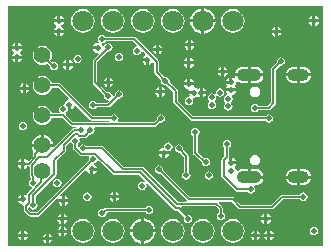
<source format=gbr>
%TF.GenerationSoftware,Altium Limited,Altium Designer,19.0.15 (446)*%
G04 Layer_Physical_Order=4*
G04 Layer_Color=16711680*
%FSLAX45Y45*%
%MOMM*%
%TF.FileFunction,Copper,L4,Bot,Signal*%
%TF.Part,Single*%
G01*
G75*
%TA.AperFunction,Conductor*%
%ADD28C,0.20000*%
%ADD29C,0.16000*%
%TA.AperFunction,ComponentPad*%
%ADD31C,1.80000*%
G04:AMPARAMS|DCode=32|XSize=1mm|YSize=1.8mm|CornerRadius=0.5mm|HoleSize=0mm|Usage=FLASHONLY|Rotation=90.000|XOffset=0mm|YOffset=0mm|HoleType=Round|Shape=RoundedRectangle|*
%AMROUNDEDRECTD32*
21,1,1.00000,0.80000,0,0,90.0*
21,1,0.00000,1.80000,0,0,90.0*
1,1,1.00000,0.40000,0.00000*
1,1,1.00000,0.40000,0.00000*
1,1,1.00000,-0.40000,0.00000*
1,1,1.00000,-0.40000,0.00000*
%
%ADD32ROUNDEDRECTD32*%
G04:AMPARAMS|DCode=33|XSize=1mm|YSize=2.1mm|CornerRadius=0.5mm|HoleSize=0mm|Usage=FLASHONLY|Rotation=90.000|XOffset=0mm|YOffset=0mm|HoleType=Round|Shape=RoundedRectangle|*
%AMROUNDEDRECTD33*
21,1,1.00000,1.10000,0,0,90.0*
21,1,0.00000,2.10000,0,0,90.0*
1,1,1.00000,0.55000,0.00000*
1,1,1.00000,0.55000,0.00000*
1,1,1.00000,-0.55000,0.00000*
1,1,1.00000,-0.55000,0.00000*
%
%ADD33ROUNDEDRECTD33*%
%TA.AperFunction,ViaPad*%
%ADD34C,0.50000*%
%TA.AperFunction,SMDPad,CuDef*%
%ADD35C,1.40000*%
G36*
X11938000Y5207000D02*
X9271000D01*
Y7239000D01*
X11938000D01*
Y5207000D01*
D02*
G37*
%LPC*%
G36*
X11874500Y7153316D02*
Y7124700D01*
X11903116D01*
X11902305Y7128778D01*
X11892801Y7143001D01*
X11878578Y7152505D01*
X11874500Y7153316D01*
D02*
G37*
G36*
X11849100D02*
X11845022Y7152505D01*
X11830799Y7143001D01*
X11821295Y7128778D01*
X11820484Y7124700D01*
X11849100D01*
Y7153316D01*
D02*
G37*
G36*
X10934700Y7219260D02*
Y7124700D01*
X11029260D01*
X11027220Y7140193D01*
X11016338Y7166466D01*
X10999026Y7189026D01*
X10976466Y7206338D01*
X10950193Y7217220D01*
X10934700Y7219260D01*
D02*
G37*
G36*
X10909300D02*
X10893807Y7217220D01*
X10867534Y7206338D01*
X10844974Y7189026D01*
X10827662Y7166466D01*
X10816780Y7140193D01*
X10814740Y7124700D01*
X10909300D01*
Y7219260D01*
D02*
G37*
G36*
X9715500Y7153316D02*
Y7124700D01*
X9744116D01*
X9743305Y7128778D01*
X9733801Y7143001D01*
X9719578Y7152505D01*
X9715500Y7153316D01*
D02*
G37*
G36*
X9690100D02*
X9686022Y7152505D01*
X9671799Y7143001D01*
X9662295Y7128778D01*
X9661484Y7124700D01*
X9690100D01*
Y7153316D01*
D02*
G37*
G36*
X11903116Y7099300D02*
X11874500D01*
Y7070684D01*
X11878578Y7071495D01*
X11892801Y7080999D01*
X11902305Y7095222D01*
X11903116Y7099300D01*
D02*
G37*
G36*
X11849100D02*
X11820484D01*
X11821295Y7095222D01*
X11830799Y7080999D01*
X11845022Y7071495D01*
X11849100Y7070684D01*
Y7099300D01*
D02*
G37*
G36*
X9744116D02*
X9661484D01*
X9662295Y7095222D01*
X9671799Y7080999D01*
X9681325Y7074634D01*
Y7060466D01*
X9671799Y7054101D01*
X9662295Y7039878D01*
X9661484Y7035800D01*
X9744116D01*
X9743305Y7039878D01*
X9733801Y7054101D01*
X9724275Y7060466D01*
Y7074634D01*
X9733801Y7080999D01*
X9743305Y7095222D01*
X9744116Y7099300D01*
D02*
G37*
G36*
X11557000Y7062916D02*
Y7034300D01*
X11585616D01*
X11584805Y7038378D01*
X11575301Y7052601D01*
X11561078Y7062105D01*
X11557000Y7062916D01*
D02*
G37*
G36*
X11531600D02*
X11527522Y7062105D01*
X11513299Y7052601D01*
X11503795Y7038378D01*
X11502984Y7034300D01*
X11531600D01*
Y7062916D01*
D02*
G37*
G36*
X11176000Y7212863D02*
X11149895Y7209426D01*
X11125569Y7199350D01*
X11104679Y7183321D01*
X11088650Y7162431D01*
X11078574Y7138105D01*
X11075137Y7112000D01*
X11078574Y7085895D01*
X11088650Y7061569D01*
X11104679Y7040679D01*
X11125569Y7024650D01*
X11149895Y7014574D01*
X11176000Y7011137D01*
X11202105Y7014574D01*
X11226431Y7024650D01*
X11247321Y7040679D01*
X11263350Y7061569D01*
X11273426Y7085895D01*
X11276863Y7112000D01*
X11273426Y7138105D01*
X11263350Y7162431D01*
X11247321Y7183321D01*
X11226431Y7199350D01*
X11202105Y7209426D01*
X11176000Y7212863D01*
D02*
G37*
G36*
X10668000D02*
X10641895Y7209426D01*
X10617569Y7199350D01*
X10596679Y7183321D01*
X10580650Y7162431D01*
X10570574Y7138105D01*
X10567137Y7112000D01*
X10570574Y7085895D01*
X10580650Y7061569D01*
X10596679Y7040679D01*
X10617569Y7024650D01*
X10641895Y7014574D01*
X10668000Y7011137D01*
X10694105Y7014574D01*
X10718431Y7024650D01*
X10739321Y7040679D01*
X10755350Y7061569D01*
X10765426Y7085895D01*
X10768863Y7112000D01*
X10765426Y7138105D01*
X10755350Y7162431D01*
X10739321Y7183321D01*
X10718431Y7199350D01*
X10694105Y7209426D01*
X10668000Y7212863D01*
D02*
G37*
G36*
X10414000D02*
X10387895Y7209426D01*
X10363569Y7199350D01*
X10342679Y7183321D01*
X10326650Y7162431D01*
X10316574Y7138105D01*
X10313137Y7112000D01*
X10316574Y7085895D01*
X10326650Y7061569D01*
X10342679Y7040679D01*
X10363569Y7024650D01*
X10387895Y7014574D01*
X10414000Y7011137D01*
X10440105Y7014574D01*
X10464431Y7024650D01*
X10485321Y7040679D01*
X10501350Y7061569D01*
X10511426Y7085895D01*
X10514863Y7112000D01*
X10511426Y7138105D01*
X10501350Y7162431D01*
X10485321Y7183321D01*
X10464431Y7199350D01*
X10440105Y7209426D01*
X10414000Y7212863D01*
D02*
G37*
G36*
X10160000D02*
X10133895Y7209426D01*
X10109569Y7199350D01*
X10088679Y7183321D01*
X10072650Y7162431D01*
X10062574Y7138105D01*
X10059137Y7112000D01*
X10062574Y7085895D01*
X10072650Y7061569D01*
X10088679Y7040679D01*
X10109569Y7024650D01*
X10133895Y7014574D01*
X10160000Y7011137D01*
X10186105Y7014574D01*
X10210431Y7024650D01*
X10231321Y7040679D01*
X10247350Y7061569D01*
X10257426Y7085895D01*
X10260863Y7112000D01*
X10257426Y7138105D01*
X10247350Y7162431D01*
X10231321Y7183321D01*
X10210431Y7199350D01*
X10186105Y7209426D01*
X10160000Y7212863D01*
D02*
G37*
G36*
X9906000D02*
X9879895Y7209426D01*
X9855569Y7199350D01*
X9834679Y7183321D01*
X9818650Y7162431D01*
X9808574Y7138105D01*
X9805137Y7112000D01*
X9808574Y7085895D01*
X9818650Y7061569D01*
X9834679Y7040679D01*
X9855569Y7024650D01*
X9879895Y7014574D01*
X9906000Y7011137D01*
X9932105Y7014574D01*
X9956431Y7024650D01*
X9977321Y7040679D01*
X9993350Y7061569D01*
X10003426Y7085895D01*
X10006863Y7112000D01*
X10003426Y7138105D01*
X9993350Y7162431D01*
X9977321Y7183321D01*
X9956431Y7199350D01*
X9932105Y7209426D01*
X9906000Y7212863D01*
D02*
G37*
G36*
X11029260Y7099300D02*
X10934700D01*
Y7004740D01*
X10950193Y7006780D01*
X10976466Y7017662D01*
X10999026Y7034974D01*
X11016338Y7057534D01*
X11027220Y7083807D01*
X11029260Y7099300D01*
D02*
G37*
G36*
X10909300D02*
X10814740D01*
X10816780Y7083807D01*
X10827662Y7057534D01*
X10844974Y7034974D01*
X10867534Y7017662D01*
X10893807Y7006780D01*
X10909300Y7004740D01*
Y7099300D01*
D02*
G37*
G36*
X9744116Y7010400D02*
X9715500D01*
Y6981784D01*
X9719578Y6982595D01*
X9733801Y6992099D01*
X9743305Y7006322D01*
X9744116Y7010400D01*
D02*
G37*
G36*
X9690100D02*
X9661484D01*
X9662295Y7006322D01*
X9671799Y6992099D01*
X9686022Y6982595D01*
X9690100Y6981784D01*
Y7010400D01*
D02*
G37*
G36*
X11585616Y7008900D02*
X11557000D01*
Y6980284D01*
X11561078Y6981095D01*
X11575301Y6990599D01*
X11584805Y7004822D01*
X11585616Y7008900D01*
D02*
G37*
G36*
X11531600D02*
X11502984D01*
X11503795Y7004822D01*
X11513299Y6990599D01*
X11527522Y6981095D01*
X11531600Y6980284D01*
Y7008900D01*
D02*
G37*
G36*
X10820400Y6950116D02*
Y6921500D01*
X10849016D01*
X10848205Y6925578D01*
X10838701Y6939801D01*
X10824478Y6949305D01*
X10820400Y6950116D01*
D02*
G37*
G36*
X10795000D02*
X10790922Y6949305D01*
X10776699Y6939801D01*
X10767195Y6925578D01*
X10766384Y6921500D01*
X10795000D01*
Y6950116D01*
D02*
G37*
G36*
X9359900Y6924716D02*
Y6896100D01*
X9388516D01*
X9387705Y6900178D01*
X9378201Y6914401D01*
X9363978Y6923905D01*
X9359900Y6924716D01*
D02*
G37*
G36*
X9334500D02*
X9330422Y6923905D01*
X9316199Y6914401D01*
X9306695Y6900178D01*
X9305884Y6896100D01*
X9334500D01*
Y6924716D01*
D02*
G37*
G36*
X10550770Y6912016D02*
Y6883400D01*
X10579386D01*
X10578575Y6887478D01*
X10569071Y6901701D01*
X10554847Y6911205D01*
X10550770Y6912016D01*
D02*
G37*
G36*
X10525370D02*
X10521292Y6911205D01*
X10507068Y6901701D01*
X10497564Y6887478D01*
X10496753Y6883400D01*
X10525370D01*
Y6912016D01*
D02*
G37*
G36*
X10849016Y6896100D02*
X10820400D01*
Y6867484D01*
X10824478Y6868295D01*
X10838701Y6877799D01*
X10848205Y6892022D01*
X10849016Y6896100D01*
D02*
G37*
G36*
X10795000D02*
X10766384D01*
X10767195Y6892022D01*
X10776699Y6877799D01*
X10790922Y6868295D01*
X10795000Y6867484D01*
Y6896100D01*
D02*
G37*
G36*
X10579386Y6858000D02*
X10550770D01*
Y6829384D01*
X10554847Y6830195D01*
X10569071Y6839699D01*
X10578575Y6853922D01*
X10579386Y6858000D01*
D02*
G37*
G36*
X10525370D02*
X10496753D01*
X10497564Y6853922D01*
X10507068Y6839699D01*
X10521292Y6830195D01*
X10525370Y6829384D01*
Y6858000D01*
D02*
G37*
G36*
X9388516Y6870700D02*
X9305884D01*
X9306695Y6866622D01*
X9316199Y6852399D01*
X9319617Y6850115D01*
Y6837415D01*
X9316199Y6835131D01*
X9306695Y6820908D01*
X9305884Y6816830D01*
X9388516D01*
X9387705Y6820908D01*
X9378201Y6835131D01*
X9374783Y6837415D01*
Y6850115D01*
X9378201Y6852399D01*
X9387705Y6866622D01*
X9388516Y6870700D01*
D02*
G37*
G36*
X10210800Y6842886D02*
X10197144Y6840169D01*
X10185566Y6832434D01*
X10177831Y6820856D01*
X10175114Y6807200D01*
X10177831Y6793544D01*
X10185566Y6781966D01*
X10197144Y6774231D01*
X10210800Y6771514D01*
X10224456Y6774231D01*
X10236034Y6781966D01*
X10243769Y6793544D01*
X10246486Y6807200D01*
X10243769Y6820856D01*
X10236034Y6832434D01*
X10224456Y6840169D01*
X10210800Y6842886D01*
D02*
G37*
G36*
X10816400Y6797716D02*
Y6769100D01*
X10845016D01*
X10844205Y6773178D01*
X10834701Y6787401D01*
X10820478Y6796905D01*
X10816400Y6797716D01*
D02*
G37*
G36*
X10791000D02*
X10786922Y6796905D01*
X10772699Y6787401D01*
X10763195Y6773178D01*
X10762384Y6769100D01*
X10791000D01*
Y6797716D01*
D02*
G37*
G36*
X9388516Y6791430D02*
X9359900D01*
Y6762814D01*
X9363978Y6763625D01*
X9378201Y6773129D01*
X9387705Y6787352D01*
X9388516Y6791430D01*
D02*
G37*
G36*
X9334500D02*
X9305884D01*
X9306695Y6787352D01*
X9316199Y6773129D01*
X9330422Y6763625D01*
X9334500Y6762814D01*
Y6791430D01*
D02*
G37*
G36*
X9791700Y6782962D02*
Y6754345D01*
X9820316D01*
X9819505Y6758423D01*
X9810001Y6772647D01*
X9795778Y6782151D01*
X9791700Y6782962D01*
D02*
G37*
G36*
X9766300D02*
X9762222Y6782151D01*
X9747999Y6772647D01*
X9738495Y6758423D01*
X9737684Y6754345D01*
X9766300D01*
Y6782962D01*
D02*
G37*
G36*
X9860689Y6824697D02*
X9847033Y6821980D01*
X9835455Y6814245D01*
X9827720Y6802667D01*
X9825003Y6789011D01*
X9827720Y6775355D01*
X9835455Y6763777D01*
X9847033Y6756042D01*
X9860689Y6753325D01*
X9874345Y6756042D01*
X9885923Y6763777D01*
X9893658Y6775355D01*
X9896375Y6789011D01*
X9893658Y6802667D01*
X9885923Y6814245D01*
X9874345Y6821980D01*
X9860689Y6824697D01*
D02*
G37*
G36*
X10439400Y6769100D02*
X10410784D01*
X10411595Y6765022D01*
X10421099Y6750799D01*
X10435322Y6741295D01*
X10439400Y6740484D01*
Y6769100D01*
D02*
G37*
G36*
X11582400Y6804786D02*
X11568744Y6802069D01*
X11557166Y6794334D01*
X11549431Y6782756D01*
X11546714Y6769100D01*
X11547850Y6763389D01*
X11504481Y6720019D01*
X11500060Y6713404D01*
X11498508Y6705600D01*
Y6421947D01*
X11472353Y6395792D01*
X11391719D01*
X11388483Y6400634D01*
X11376906Y6408369D01*
X11363250Y6411086D01*
X11349594Y6408369D01*
X11338016Y6400634D01*
X11330281Y6389056D01*
X11327564Y6375400D01*
X11330281Y6361744D01*
X11338016Y6350166D01*
X11349594Y6342431D01*
X11363250Y6339714D01*
X11376906Y6342431D01*
X11388483Y6350166D01*
X11391719Y6355008D01*
X11480800D01*
X11488604Y6356560D01*
X11495219Y6360981D01*
X11533319Y6399081D01*
X11537740Y6405696D01*
X11539292Y6413500D01*
Y6697153D01*
X11576689Y6734550D01*
X11582400Y6733414D01*
X11596056Y6736131D01*
X11607634Y6743866D01*
X11615369Y6755444D01*
X11618086Y6769100D01*
X11615369Y6782756D01*
X11607634Y6794334D01*
X11596056Y6802069D01*
X11582400Y6804786D01*
D02*
G37*
G36*
X10845016Y6743700D02*
X10816400D01*
Y6715084D01*
X10820478Y6715895D01*
X10834701Y6725399D01*
X10844205Y6739622D01*
X10845016Y6743700D01*
D02*
G37*
G36*
X10791000D02*
X10762384D01*
X10763195Y6739622D01*
X10772699Y6725399D01*
X10786922Y6715895D01*
X10791000Y6715084D01*
Y6743700D01*
D02*
G37*
G36*
X9820316Y6728945D02*
X9791700D01*
Y6700329D01*
X9795778Y6701140D01*
X9810001Y6710644D01*
X9819505Y6724868D01*
X9820316Y6728945D01*
D02*
G37*
G36*
X9766300D02*
X9737684D01*
X9738495Y6724868D01*
X9747999Y6710644D01*
X9762222Y6701140D01*
X9766300Y6700329D01*
Y6728945D01*
D02*
G37*
G36*
X11102700Y6724261D02*
Y6695644D01*
X11131316D01*
X11130505Y6699722D01*
X11121001Y6713946D01*
X11106778Y6723450D01*
X11102700Y6724261D01*
D02*
G37*
G36*
X11077300D02*
X11073222Y6723450D01*
X11058999Y6713946D01*
X11049495Y6699722D01*
X11048684Y6695644D01*
X11077300D01*
Y6724261D01*
D02*
G37*
G36*
X9563100Y6900590D02*
X9542216Y6897841D01*
X9522755Y6889780D01*
X9506043Y6876957D01*
X9493220Y6860245D01*
X9485159Y6840784D01*
X9482410Y6819900D01*
X9485159Y6799016D01*
X9493220Y6779555D01*
X9506043Y6762843D01*
X9522755Y6750020D01*
X9542216Y6741959D01*
X9563100Y6739210D01*
X9583984Y6741959D01*
X9603445Y6750020D01*
X9605471Y6751575D01*
X9616591Y6740455D01*
X9616763Y6740340D01*
X9625660Y6731443D01*
X9625572Y6731000D01*
X9628288Y6717344D01*
X9636024Y6705766D01*
X9647601Y6698031D01*
X9661257Y6695314D01*
X9674914Y6698031D01*
X9686491Y6705766D01*
X9694226Y6717344D01*
X9696943Y6731000D01*
X9694226Y6744656D01*
X9686491Y6756234D01*
X9674914Y6763969D01*
X9661257Y6766686D01*
X9647601Y6763969D01*
X9646067Y6762944D01*
X9642602Y6766409D01*
X9642431Y6766523D01*
X9631425Y6777529D01*
X9632980Y6779555D01*
X9641041Y6799016D01*
X9643790Y6819900D01*
X9641041Y6840784D01*
X9632980Y6860245D01*
X9620157Y6876957D01*
X9603445Y6889780D01*
X9583984Y6897841D01*
X9563100Y6900590D01*
D02*
G37*
G36*
X11368250Y6723587D02*
X11325950D01*
Y6667701D01*
X11435165D01*
X11434500Y6672751D01*
X11427648Y6689293D01*
X11416748Y6703498D01*
X11402543Y6714398D01*
X11386002Y6721249D01*
X11368250Y6723587D01*
D02*
G37*
G36*
X11300550D02*
X11258250D01*
X11240498Y6721249D01*
X11223956Y6714398D01*
X11209752Y6703498D01*
X11198852Y6689293D01*
X11192000Y6672751D01*
X11191335Y6667701D01*
X11300550D01*
Y6723587D01*
D02*
G37*
G36*
X11771250D02*
X11743950D01*
Y6667700D01*
X11838164D01*
X11837499Y6672751D01*
X11830647Y6689293D01*
X11819748Y6703498D01*
X11805543Y6714398D01*
X11789001Y6721249D01*
X11771250Y6723587D01*
D02*
G37*
G36*
X11718550D02*
X11691250D01*
X11673498Y6721249D01*
X11656957Y6714398D01*
X11642752Y6703498D01*
X11631852Y6689293D01*
X11625000Y6672751D01*
X11624335Y6667700D01*
X11718550D01*
Y6723587D01*
D02*
G37*
G36*
X11131316Y6670244D02*
X11102700D01*
Y6641628D01*
X11106778Y6642439D01*
X11121001Y6651943D01*
X11130505Y6666167D01*
X11131316Y6670244D01*
D02*
G37*
G36*
X11077300D02*
X11048684D01*
X11049495Y6666167D01*
X11058999Y6651943D01*
X11073222Y6642439D01*
X11077300Y6641628D01*
Y6670244D01*
D02*
G37*
G36*
X11300550Y6642301D02*
X11191335D01*
X11192000Y6637248D01*
X11192195Y6636778D01*
X11181936Y6628358D01*
X11176778Y6631805D01*
X11172700Y6632616D01*
Y6591300D01*
X11160000D01*
Y6578600D01*
X11118684D01*
X11119495Y6574522D01*
X11128999Y6560299D01*
Y6558801D01*
X11119495Y6544578D01*
X11118684Y6540500D01*
X11201316D01*
X11200505Y6544578D01*
X11191001Y6558801D01*
Y6560299D01*
X11200505Y6574522D01*
X11203842Y6591300D01*
X11202967Y6595700D01*
X11214491Y6602865D01*
X11223956Y6595602D01*
X11240498Y6588750D01*
X11258250Y6586413D01*
X11300550D01*
Y6642301D01*
D02*
G37*
G36*
X11147300Y6632616D02*
X11143222Y6631805D01*
X11128999Y6622301D01*
X11119495Y6608078D01*
X11118684Y6604000D01*
X11147300D01*
Y6632616D01*
D02*
G37*
G36*
X10134600D02*
Y6604000D01*
X10163216D01*
X10162405Y6608078D01*
X10152901Y6622301D01*
X10138678Y6631805D01*
X10134600Y6632616D01*
D02*
G37*
G36*
X10109200D02*
X10105122Y6631805D01*
X10090899Y6622301D01*
X10081395Y6608078D01*
X10080584Y6604000D01*
X10109200D01*
Y6632616D01*
D02*
G37*
G36*
X10816400Y6619916D02*
Y6591300D01*
X10845016D01*
X10844205Y6595378D01*
X10834701Y6609601D01*
X10820478Y6619105D01*
X10816400Y6619916D01*
D02*
G37*
G36*
X10791000D02*
X10786922Y6619105D01*
X10772699Y6609601D01*
X10763195Y6595378D01*
X10762384Y6591300D01*
X10791000D01*
Y6619916D01*
D02*
G37*
G36*
X11838164Y6642300D02*
X11743950D01*
Y6586413D01*
X11771250D01*
X11789001Y6588750D01*
X11805543Y6595602D01*
X11819748Y6606502D01*
X11830647Y6620707D01*
X11837499Y6637248D01*
X11838164Y6642300D01*
D02*
G37*
G36*
X11718550D02*
X11624335D01*
X11625000Y6637248D01*
X11631852Y6620707D01*
X11642752Y6606502D01*
X11656957Y6595602D01*
X11673498Y6588750D01*
X11691250Y6586413D01*
X11718550D01*
Y6642300D01*
D02*
G37*
G36*
X11435165Y6642301D02*
X11325950D01*
Y6586413D01*
X11368250D01*
X11386002Y6588750D01*
X11402543Y6595602D01*
X11416748Y6606502D01*
X11427648Y6620707D01*
X11434500Y6637248D01*
X11435165Y6642301D01*
D02*
G37*
G36*
X9423400Y6584316D02*
Y6555700D01*
X9452016D01*
X9451205Y6559778D01*
X9441701Y6574001D01*
X9427478Y6583505D01*
X9423400Y6584316D01*
D02*
G37*
G36*
X9398000D02*
X9393922Y6583505D01*
X9379699Y6574001D01*
X9370195Y6559778D01*
X9369384Y6555700D01*
X9398000D01*
Y6584316D01*
D02*
G37*
G36*
X10163216Y6578600D02*
X10134600D01*
Y6549984D01*
X10138678Y6550795D01*
X10152901Y6560299D01*
X10162405Y6574522D01*
X10163216Y6578600D01*
D02*
G37*
G36*
X10109200D02*
X10080584D01*
X10081395Y6574522D01*
X10090899Y6560299D01*
X10105122Y6550795D01*
X10109200Y6549984D01*
Y6578600D01*
D02*
G37*
G36*
X10574360Y6553316D02*
Y6524700D01*
X10602976D01*
X10602165Y6528778D01*
X10592661Y6543001D01*
X10578438Y6552505D01*
X10574360Y6553316D01*
D02*
G37*
G36*
X10548960D02*
X10544882Y6552505D01*
X10530659Y6543001D01*
X10521155Y6528778D01*
X10520344Y6524700D01*
X10548960D01*
Y6553316D01*
D02*
G37*
G36*
X10922000Y6547484D02*
Y6518868D01*
X10950616D01*
X10949805Y6522946D01*
X10940301Y6537169D01*
X10926078Y6546673D01*
X10922000Y6547484D01*
D02*
G37*
G36*
X9452016Y6530300D02*
X9423400D01*
Y6501684D01*
X9427478Y6502495D01*
X9441701Y6511999D01*
X9451205Y6526222D01*
X9452016Y6530300D01*
D02*
G37*
G36*
X9398000D02*
X9369384D01*
X9370195Y6526222D01*
X9379699Y6511999D01*
X9393922Y6502495D01*
X9398000Y6501684D01*
Y6530300D01*
D02*
G37*
G36*
X11067800Y6541854D02*
X11054144Y6539137D01*
X11042566Y6531401D01*
X11034831Y6519824D01*
X11032114Y6506168D01*
X11034031Y6496533D01*
X11026523Y6491574D01*
X11022327Y6490273D01*
X11011856Y6497269D01*
X10998200Y6499986D01*
X10984544Y6497269D01*
X10972966Y6489534D01*
X10965231Y6477956D01*
X10962514Y6464300D01*
X10965231Y6450644D01*
X10972966Y6439066D01*
X10973215Y6438900D01*
Y6426200D01*
X10972966Y6426034D01*
X10965231Y6414456D01*
X10962514Y6400800D01*
X10965231Y6387144D01*
X10972966Y6375566D01*
X10984544Y6367831D01*
X10998200Y6365114D01*
X11011856Y6367831D01*
X11023434Y6375566D01*
X11031169Y6387144D01*
X11033886Y6400800D01*
X11031169Y6414456D01*
X11023434Y6426034D01*
X11023185Y6426200D01*
Y6438900D01*
X11023434Y6439066D01*
X11031169Y6450644D01*
X11033886Y6464300D01*
X11031969Y6473934D01*
X11039478Y6478894D01*
X11043673Y6480195D01*
X11054144Y6473199D01*
X11067800Y6470482D01*
X11081456Y6473199D01*
X11093034Y6480934D01*
X11100769Y6492512D01*
X11103486Y6506168D01*
X11100769Y6519824D01*
X11093034Y6531401D01*
X11081456Y6539137D01*
X11067800Y6541854D01*
D02*
G37*
G36*
X10602976Y6499300D02*
X10574360D01*
Y6470684D01*
X10578438Y6471495D01*
X10592661Y6480999D01*
X10602165Y6495222D01*
X10602976Y6499300D01*
D02*
G37*
G36*
X10548960D02*
X10520344D01*
X10521155Y6495222D01*
X10530659Y6480999D01*
X10544882Y6471495D01*
X10548960Y6470684D01*
Y6499300D01*
D02*
G37*
G36*
X11363250Y6555333D02*
X11346667Y6552034D01*
X11332609Y6542641D01*
X11323216Y6528583D01*
X11319917Y6512000D01*
X11323216Y6495417D01*
X11332609Y6481359D01*
X11346667Y6471966D01*
X11363250Y6468667D01*
X11379832Y6471966D01*
X11393891Y6481359D01*
X11403284Y6495417D01*
X11406582Y6512000D01*
X11403284Y6528583D01*
X11393891Y6542641D01*
X11379832Y6552034D01*
X11363250Y6555333D01*
D02*
G37*
G36*
X10950616Y6493468D02*
X10922000D01*
Y6464852D01*
X10926078Y6465663D01*
X10940301Y6475167D01*
X10949805Y6489390D01*
X10950616Y6493468D01*
D02*
G37*
G36*
X10845016Y6565900D02*
X10762384D01*
X10763195Y6561822D01*
X10772699Y6547599D01*
X10786922Y6538095D01*
X10798592Y6535774D01*
X10805423Y6523137D01*
X10805295Y6522946D01*
X10804484Y6518868D01*
X10845800D01*
Y6493468D01*
X10804484D01*
X10805295Y6489390D01*
X10810052Y6482271D01*
X10803700Y6470586D01*
X10790044Y6467869D01*
X10778466Y6460134D01*
X10770731Y6448556D01*
X10768014Y6434900D01*
X10770731Y6421244D01*
X10778466Y6409666D01*
X10790044Y6401931D01*
X10803700Y6399214D01*
X10817356Y6401931D01*
X10828934Y6409666D01*
X10836669Y6421244D01*
X10839386Y6434900D01*
X10836669Y6448556D01*
X10834638Y6451597D01*
X10842275Y6463027D01*
X10845800Y6462325D01*
X10862578Y6465663D01*
X10876801Y6475167D01*
X10878299D01*
X10892522Y6465663D01*
X10896600Y6464852D01*
Y6506168D01*
Y6547484D01*
X10892522Y6546673D01*
X10878299Y6537169D01*
X10876801D01*
X10862578Y6546673D01*
X10850908Y6548994D01*
X10844077Y6561631D01*
X10844205Y6561822D01*
X10845016Y6565900D01*
D02*
G37*
G36*
X11201316Y6515100D02*
X11118684D01*
X11119495Y6511022D01*
X11128017Y6498269D01*
X11126755Y6490853D01*
X11124397Y6484600D01*
X11124244Y6484569D01*
X11112666Y6476834D01*
X11104931Y6465256D01*
X11102214Y6451600D01*
X11104931Y6437944D01*
X11112666Y6426366D01*
X11112915Y6426200D01*
Y6413500D01*
X11112666Y6413334D01*
X11104931Y6401756D01*
X11102214Y6388100D01*
X11104931Y6374444D01*
X11112666Y6362866D01*
X11124244Y6355131D01*
X11137900Y6352414D01*
X11151556Y6355131D01*
X11163134Y6362866D01*
X11170869Y6374444D01*
X11173586Y6388100D01*
X11170869Y6401756D01*
X11163134Y6413334D01*
X11162885Y6413500D01*
Y6426200D01*
X11163134Y6426366D01*
X11170869Y6437944D01*
X11173586Y6451600D01*
X11170869Y6465256D01*
X11166201Y6472242D01*
X11170211Y6485194D01*
X11171020Y6486150D01*
X11176778Y6487295D01*
X11191001Y6496799D01*
X11200505Y6511022D01*
X11201316Y6515100D01*
D02*
G37*
G36*
X9563100Y6646590D02*
X9542216Y6643841D01*
X9522755Y6635780D01*
X9506043Y6622957D01*
X9493220Y6606245D01*
X9485159Y6586784D01*
X9482410Y6565900D01*
X9485159Y6545016D01*
X9493220Y6525555D01*
X9506043Y6508843D01*
X9522755Y6496020D01*
X9542216Y6487959D01*
X9563100Y6485210D01*
X9583984Y6487959D01*
X9603445Y6496020D01*
X9620157Y6508843D01*
X9632980Y6525555D01*
X9641041Y6545016D01*
X9641374Y6547547D01*
X9695198D01*
X9786240Y6456506D01*
X9782060Y6442725D01*
X9774922Y6441305D01*
X9760699Y6431801D01*
X9751195Y6417578D01*
X9749608Y6409602D01*
X9740900Y6398386D01*
X9727244Y6395669D01*
X9715666Y6387934D01*
X9707931Y6376356D01*
X9705214Y6362700D01*
X9707931Y6349044D01*
X9712001Y6342953D01*
X9705343Y6330253D01*
X9641374D01*
X9641041Y6332784D01*
X9632980Y6352245D01*
X9620157Y6368957D01*
X9603445Y6381780D01*
X9583984Y6389841D01*
X9563100Y6392590D01*
X9542216Y6389841D01*
X9522755Y6381780D01*
X9506043Y6368957D01*
X9493220Y6352245D01*
X9485159Y6332784D01*
X9482410Y6311900D01*
X9485159Y6291016D01*
X9493220Y6271555D01*
X9506043Y6254843D01*
X9522755Y6242020D01*
X9542216Y6233959D01*
X9563100Y6231210D01*
X9583984Y6233959D01*
X9603445Y6242020D01*
X9620157Y6254843D01*
X9632980Y6271555D01*
X9641041Y6291016D01*
X9641374Y6293547D01*
X9733298D01*
X9804123Y6222723D01*
X9810077Y6218744D01*
X9817100Y6217347D01*
X9844475D01*
X9851636Y6204647D01*
X9850793Y6203253D01*
X9831820D01*
X9824796Y6201856D01*
X9818843Y6197877D01*
X9662517Y6041551D01*
X9655117Y6045200D01*
X9563100D01*
X9476013D01*
X9477365Y6034927D01*
X9486232Y6013520D01*
X9491646Y6006465D01*
X9486623Y6001441D01*
X9482644Y5995488D01*
X9481247Y5988464D01*
Y5963902D01*
X9447108Y5929762D01*
X9430758Y5931373D01*
X9429001Y5934001D01*
X9414778Y5943505D01*
X9410700Y5944316D01*
Y5903000D01*
Y5861684D01*
X9414778Y5862495D01*
X9429001Y5871999D01*
X9435721Y5882055D01*
X9447429Y5882618D01*
X9456747Y5873222D01*
Y5805549D01*
X9458144Y5798526D01*
X9462123Y5792572D01*
X9468547Y5786147D01*
Y5770231D01*
X9461666Y5765634D01*
X9453931Y5754056D01*
X9451214Y5740400D01*
X9453931Y5726744D01*
X9461666Y5715166D01*
X9471795Y5708399D01*
X9475018Y5701580D01*
X9476861Y5695504D01*
X9435823Y5654466D01*
X9431844Y5648512D01*
X9431241Y5645479D01*
X9421926Y5639967D01*
X9417747Y5639221D01*
X9414778Y5641205D01*
X9410700Y5642016D01*
Y5600700D01*
X9398000D01*
Y5588000D01*
X9356684D01*
X9357495Y5583922D01*
X9366999Y5569699D01*
X9381222Y5560195D01*
X9395117Y5557431D01*
X9398177Y5556567D01*
X9405047Y5545310D01*
Y5511800D01*
X9406444Y5504777D01*
X9410423Y5498823D01*
X9448523Y5460723D01*
X9454477Y5456744D01*
X9461500Y5455347D01*
X9525000D01*
X9532023Y5456744D01*
X9537977Y5460723D01*
X9691340Y5614086D01*
X9701205Y5605990D01*
X9700395Y5604778D01*
X9699584Y5600700D01*
X9728200D01*
Y5629316D01*
X9724122Y5628505D01*
X9722910Y5627695D01*
X9714814Y5637560D01*
X9926494Y5849240D01*
X9940275Y5845060D01*
X9941695Y5837922D01*
X9951199Y5823699D01*
X9965422Y5814195D01*
X9969500Y5813384D01*
Y5854700D01*
X9982200D01*
Y5867400D01*
X10023516D01*
X10022705Y5871478D01*
X10013201Y5885701D01*
X9998978Y5895205D01*
X9997541Y5895491D01*
Y5908440D01*
X10008556Y5910631D01*
X10020134Y5918366D01*
X10026901Y5928495D01*
X10033720Y5931718D01*
X10039796Y5933561D01*
X10157034Y5816323D01*
X10162988Y5812344D01*
X10170011Y5810947D01*
X10380998D01*
X10436010Y5755936D01*
X10427914Y5746071D01*
X10422679Y5749569D01*
X10409022Y5752286D01*
X10395366Y5749569D01*
X10383789Y5741834D01*
X10376053Y5730256D01*
X10373337Y5716600D01*
X10376053Y5702944D01*
X10383789Y5691366D01*
X10395366Y5683631D01*
X10409022Y5680914D01*
X10422679Y5683631D01*
X10434256Y5691366D01*
X10441992Y5702944D01*
X10444708Y5716600D01*
X10441992Y5730256D01*
X10438493Y5735492D01*
X10448358Y5743588D01*
X10680423Y5511523D01*
X10686377Y5507544D01*
X10693400Y5506147D01*
X10711198D01*
X10764458Y5452888D01*
X10762031Y5449256D01*
X10759314Y5435600D01*
X10762031Y5421944D01*
X10769766Y5410366D01*
X10781344Y5402631D01*
X10795000Y5399914D01*
X10808656Y5402631D01*
X10820234Y5410366D01*
X10827969Y5421944D01*
X10830686Y5435600D01*
X10827969Y5449256D01*
X10820234Y5460834D01*
X10808656Y5468569D01*
X10798706Y5470549D01*
X10737707Y5531547D01*
X10742967Y5544247D01*
X11028698D01*
X11056047Y5516898D01*
Y5490831D01*
X11049166Y5486234D01*
X11041431Y5474656D01*
X11038714Y5461000D01*
X11041431Y5447344D01*
X11049166Y5435766D01*
X11060744Y5428031D01*
X11074400Y5425314D01*
X11088056Y5428031D01*
X11099634Y5435766D01*
X11107369Y5447344D01*
X11110086Y5461000D01*
X11107369Y5474656D01*
X11099634Y5486234D01*
X11092753Y5490831D01*
Y5524500D01*
X11091356Y5531523D01*
X11087377Y5537477D01*
X11055207Y5569647D01*
X11060467Y5582347D01*
X11168398D01*
X11226523Y5524223D01*
X11232477Y5520244D01*
X11239500Y5518847D01*
X11506200D01*
X11513223Y5520244D01*
X11519177Y5524223D01*
X11601202Y5606247D01*
X11743069D01*
X11747666Y5599366D01*
X11759244Y5591631D01*
X11772900Y5588914D01*
X11786556Y5591631D01*
X11798134Y5599366D01*
X11805869Y5610944D01*
X11808586Y5624600D01*
X11805869Y5638256D01*
X11798134Y5649834D01*
X11786556Y5657569D01*
X11772900Y5660286D01*
X11759244Y5657569D01*
X11747666Y5649834D01*
X11743069Y5642952D01*
X11593600D01*
X11586577Y5641555D01*
X11580623Y5637577D01*
X11498598Y5555553D01*
X11247102D01*
X11188977Y5613677D01*
X11183023Y5617656D01*
X11176000Y5619053D01*
X10810098D01*
X10582567Y5846583D01*
X10584182Y5854700D01*
X10581465Y5868356D01*
X10573729Y5879934D01*
X10562152Y5887669D01*
X10548496Y5890386D01*
X10534839Y5887669D01*
X10523262Y5879934D01*
X10515527Y5868356D01*
X10512810Y5854700D01*
X10515527Y5841044D01*
X10523262Y5829466D01*
X10534839Y5821731D01*
X10548496Y5819014D01*
X10556613Y5820629D01*
X10783589Y5593653D01*
X10778328Y5580953D01*
X10713702D01*
X10420627Y5874027D01*
X10414673Y5878006D01*
X10407650Y5879403D01*
X10250152D01*
X10084077Y6045477D01*
X10078123Y6049456D01*
X10071100Y6050853D01*
X9935831D01*
X9931234Y6057734D01*
X9919656Y6065469D01*
X9906000Y6068186D01*
X9892344Y6065469D01*
X9880766Y6057734D01*
X9873999Y6047605D01*
X9872700Y6046991D01*
X9869788Y6048158D01*
X9860853Y6053551D01*
Y6068169D01*
X9867734Y6072766D01*
X9875469Y6084344D01*
X9878186Y6098000D01*
X9875630Y6110848D01*
X9875648Y6111945D01*
X9882798Y6123548D01*
X9926500D01*
X9933523Y6124945D01*
X9939477Y6128923D01*
X9961383Y6150829D01*
X9969500Y6149214D01*
X9983156Y6151931D01*
X9994734Y6159666D01*
X10002469Y6171244D01*
X10005186Y6184900D01*
X10002469Y6198556D01*
X9998399Y6204647D01*
X10005057Y6217347D01*
X10515600D01*
X10522623Y6218744D01*
X10528577Y6222723D01*
X10558283Y6252429D01*
X10566400Y6250814D01*
X10580056Y6253531D01*
X10591634Y6261266D01*
X10599369Y6272844D01*
X10602086Y6286500D01*
X10599369Y6300156D01*
X10591634Y6311734D01*
X10580056Y6319469D01*
X10566400Y6322186D01*
X10552744Y6319469D01*
X10541166Y6311734D01*
X10533431Y6300156D01*
X10530714Y6286500D01*
X10532329Y6278383D01*
X10507998Y6254053D01*
X10208257D01*
X10201599Y6266753D01*
X10205669Y6272844D01*
X10208386Y6286500D01*
X10205669Y6300156D01*
X10197934Y6311734D01*
X10186356Y6319469D01*
X10172700Y6322186D01*
X10159044Y6319469D01*
X10147466Y6311734D01*
X10142869Y6304853D01*
X9989802D01*
X9715777Y6578877D01*
X9709823Y6582856D01*
X9702800Y6584253D01*
X9641374D01*
X9641041Y6586784D01*
X9632980Y6606245D01*
X9620157Y6622957D01*
X9603445Y6635780D01*
X9583984Y6643841D01*
X9563100Y6646590D01*
D02*
G37*
G36*
X10071100Y6995286D02*
X10057444Y6992569D01*
X10045866Y6984834D01*
X10038131Y6973256D01*
X10035414Y6959600D01*
X10038131Y6945944D01*
X10043350Y6938133D01*
X10036430Y6926560D01*
X10033000Y6927242D01*
X10016222Y6923905D01*
X10001999Y6914401D01*
X9992495Y6900178D01*
X9991684Y6896100D01*
X10033000D01*
Y6870700D01*
X9991684D01*
X9992495Y6866622D01*
X10001999Y6852399D01*
X10016222Y6842895D01*
X10033000Y6839558D01*
X10034426Y6839841D01*
X10040683Y6828137D01*
X9994623Y6782077D01*
X9990644Y6776123D01*
X9989247Y6769100D01*
Y6591300D01*
X9990644Y6584277D01*
X9994623Y6578323D01*
X10087829Y6485117D01*
X10086214Y6477000D01*
X10088931Y6463344D01*
X10096666Y6451766D01*
X10108244Y6444031D01*
X10119064Y6441878D01*
X10123222Y6433748D01*
X10124066Y6428920D01*
X10114298Y6419153D01*
X10024731D01*
X10020134Y6426034D01*
X10008556Y6433769D01*
X9994900Y6436486D01*
X9981244Y6433769D01*
X9969666Y6426034D01*
X9961931Y6414456D01*
X9959214Y6400800D01*
X9961931Y6387144D01*
X9969666Y6375566D01*
X9981244Y6367831D01*
X9994900Y6365114D01*
X10008556Y6367831D01*
X10020134Y6375566D01*
X10024731Y6382447D01*
X10121900D01*
X10128923Y6383844D01*
X10134877Y6387823D01*
X10202683Y6455629D01*
X10210800Y6454014D01*
X10224456Y6456731D01*
X10236034Y6464466D01*
X10243769Y6476044D01*
X10246486Y6489700D01*
X10243769Y6503356D01*
X10236034Y6514934D01*
X10224456Y6522669D01*
X10210800Y6525386D01*
X10197144Y6522669D01*
X10185566Y6514934D01*
X10177831Y6503356D01*
X10175114Y6489700D01*
X10176077Y6484862D01*
X10168444Y6477118D01*
X10156648Y6481711D01*
X10154869Y6490656D01*
X10147134Y6502234D01*
X10135556Y6509969D01*
X10121900Y6512686D01*
X10113783Y6511071D01*
X10025953Y6598902D01*
Y6761498D01*
X10117624Y6853169D01*
X10121900Y6852319D01*
X10135556Y6855035D01*
X10147134Y6862771D01*
X10154869Y6874348D01*
X10157586Y6888005D01*
X10154869Y6901661D01*
X10147134Y6913238D01*
X10135556Y6920974D01*
X10121900Y6923690D01*
X10108244Y6920974D01*
X10096666Y6913238D01*
X10088931Y6901661D01*
X10087545Y6894694D01*
X10074596D01*
X10073505Y6900178D01*
X10065561Y6912067D01*
X10069755Y6921617D01*
X10071679Y6924030D01*
X10084756Y6926631D01*
X10096334Y6934366D01*
X10099569Y6939208D01*
X10329493D01*
X10363015Y6905686D01*
X10358074Y6892666D01*
X10349544Y6890969D01*
X10337966Y6883234D01*
X10330231Y6871656D01*
X10327514Y6858000D01*
X10330231Y6844344D01*
X10337966Y6832766D01*
X10349544Y6825031D01*
X10363200Y6822314D01*
X10376856Y6825031D01*
X10388434Y6832766D01*
X10396169Y6844344D01*
X10397866Y6852874D01*
X10410886Y6857815D01*
X10434580Y6834121D01*
X10431194Y6819546D01*
X10421099Y6812801D01*
X10411595Y6798578D01*
X10410784Y6794500D01*
X10452100D01*
Y6781800D01*
X10464800D01*
Y6740484D01*
X10468878Y6741295D01*
X10483101Y6750799D01*
X10489631Y6760570D01*
X10502182Y6762764D01*
X10511388Y6754838D01*
Y6676720D01*
X10512940Y6668917D01*
X10517360Y6662301D01*
X10569950Y6609711D01*
X10568814Y6604000D01*
X10571531Y6590344D01*
X10579266Y6578766D01*
X10590844Y6571031D01*
X10604500Y6568314D01*
X10610211Y6569450D01*
X10673008Y6506653D01*
Y6426200D01*
X10674560Y6418396D01*
X10678981Y6411781D01*
X10818680Y6272081D01*
X10818681Y6272081D01*
X10825296Y6267660D01*
X10833100Y6266108D01*
X11452331D01*
X11455566Y6261266D01*
X11467144Y6253531D01*
X11480800Y6250814D01*
X11494456Y6253531D01*
X11506034Y6261266D01*
X11513769Y6272844D01*
X11516486Y6286500D01*
X11513769Y6300156D01*
X11506034Y6311734D01*
X11494456Y6319469D01*
X11480800Y6322186D01*
X11467144Y6319469D01*
X11455566Y6311734D01*
X11452331Y6306892D01*
X10841547D01*
X10713792Y6434647D01*
Y6515099D01*
X10713792Y6515100D01*
X10712240Y6522904D01*
X10707819Y6529519D01*
X10707819Y6529520D01*
X10639050Y6598289D01*
X10640186Y6604000D01*
X10637469Y6617656D01*
X10629734Y6629234D01*
X10618156Y6636969D01*
X10604500Y6639686D01*
X10598789Y6638550D01*
X10552172Y6685167D01*
Y6765760D01*
X10550619Y6773563D01*
X10546199Y6780179D01*
X10546198Y6780179D01*
X10352359Y6974019D01*
X10345743Y6978440D01*
X10337939Y6979992D01*
X10099569D01*
X10096334Y6984834D01*
X10084756Y6992569D01*
X10071100Y6995286D01*
D02*
G37*
G36*
X9398000Y6258686D02*
X9384344Y6255969D01*
X9372766Y6248234D01*
X9365031Y6236656D01*
X9362314Y6223000D01*
X9365031Y6209344D01*
X9372766Y6197766D01*
X9384344Y6190031D01*
X9398000Y6187314D01*
X9411656Y6190031D01*
X9423234Y6197766D01*
X9430969Y6209344D01*
X9433686Y6223000D01*
X9430969Y6236656D01*
X9423234Y6248234D01*
X9411656Y6255969D01*
X9398000Y6258686D01*
D02*
G37*
G36*
X9575800Y6144987D02*
Y6070600D01*
X9650187D01*
X9648835Y6080873D01*
X9639968Y6102280D01*
X9625862Y6120662D01*
X9607480Y6134768D01*
X9586073Y6143635D01*
X9575800Y6144987D01*
D02*
G37*
G36*
X9550400D02*
X9540127Y6143635D01*
X9518720Y6134768D01*
X9500338Y6120662D01*
X9486232Y6102280D01*
X9477365Y6080873D01*
X9476013Y6070600D01*
X9550400D01*
Y6144987D01*
D02*
G37*
G36*
X10629900Y6083686D02*
X10616244Y6080969D01*
X10604666Y6073234D01*
X10596931Y6061656D01*
X10594214Y6048000D01*
X10583533Y6036598D01*
X10575022Y6034905D01*
X10560799Y6025401D01*
X10551295Y6011178D01*
X10550484Y6007100D01*
X10633116D01*
X10632305Y6011177D01*
X10633034Y6012938D01*
X10643556Y6015031D01*
X10655134Y6022766D01*
X10662869Y6034344D01*
X10665586Y6048000D01*
X10662869Y6061656D01*
X10655134Y6073234D01*
X10643556Y6080969D01*
X10629900Y6083686D01*
D02*
G37*
G36*
X10633116Y5981700D02*
X10604500D01*
Y5953084D01*
X10608578Y5953895D01*
X10622801Y5963399D01*
X10632305Y5977622D01*
X10633116Y5981700D01*
D02*
G37*
G36*
X10579100D02*
X10550484D01*
X10551295Y5977622D01*
X10560799Y5963399D01*
X10575022Y5953895D01*
X10579100Y5953084D01*
Y5981700D01*
D02*
G37*
G36*
X11172700Y5953514D02*
Y5924898D01*
X11201316D01*
X11200505Y5928976D01*
X11191001Y5943199D01*
X11176778Y5952703D01*
X11172700Y5953514D01*
D02*
G37*
G36*
X9385300Y5944316D02*
X9381222Y5943505D01*
X9366999Y5934001D01*
X9357495Y5919778D01*
X9356684Y5915700D01*
X9385300D01*
Y5944316D01*
D02*
G37*
G36*
X11363250Y5977333D02*
X11346667Y5974034D01*
X11332609Y5964641D01*
X11323216Y5950583D01*
X11319917Y5934000D01*
X11323216Y5917417D01*
X11332609Y5903359D01*
X11346667Y5893966D01*
X11363250Y5890667D01*
X11379832Y5893966D01*
X11393891Y5903359D01*
X11403284Y5917417D01*
X11406582Y5934000D01*
X11403284Y5950583D01*
X11393891Y5964641D01*
X11379832Y5974034D01*
X11363250Y5977333D01*
D02*
G37*
G36*
X10858500Y6207886D02*
X10844844Y6205169D01*
X10833266Y6197434D01*
X10825531Y6185856D01*
X10822814Y6172200D01*
X10825531Y6158544D01*
X10833266Y6146966D01*
X10840147Y6142369D01*
Y5994400D01*
X10841544Y5987377D01*
X10845523Y5981423D01*
X10912054Y5914892D01*
X10914431Y5902944D01*
X10922166Y5891366D01*
X10933744Y5883631D01*
X10947400Y5880914D01*
X10961056Y5883631D01*
X10972634Y5891366D01*
X10980369Y5902944D01*
X10983086Y5916600D01*
X10980369Y5930256D01*
X10972634Y5941834D01*
X10961056Y5949569D01*
X10947400Y5952286D01*
X10933744Y5949569D01*
X10931071Y5947783D01*
X10876853Y6002002D01*
Y6142369D01*
X10883734Y6146966D01*
X10891469Y6158544D01*
X10894186Y6172200D01*
X10891469Y6185856D01*
X10883734Y6197434D01*
X10872156Y6205169D01*
X10858500Y6207886D01*
D02*
G37*
G36*
X9385300Y5890300D02*
X9356684D01*
X9357495Y5886222D01*
X9366999Y5871999D01*
X9381222Y5862495D01*
X9385300Y5861684D01*
Y5890300D01*
D02*
G37*
G36*
X10023516Y5842000D02*
X9994900D01*
Y5813384D01*
X9998978Y5814195D01*
X10013201Y5823699D01*
X10022705Y5837922D01*
X10023516Y5842000D01*
D02*
G37*
G36*
X11368250Y5859587D02*
X11325949D01*
Y5803700D01*
X11435165D01*
X11434500Y5808752D01*
X11427648Y5825293D01*
X11416748Y5839498D01*
X11402543Y5850398D01*
X11386002Y5857250D01*
X11368250Y5859587D01*
D02*
G37*
G36*
X11771250D02*
X11743950D01*
Y5803700D01*
X11838165D01*
X11837499Y5808752D01*
X11830647Y5825293D01*
X11819748Y5839498D01*
X11805543Y5850398D01*
X11789001Y5857250D01*
X11771250Y5859587D01*
D02*
G37*
G36*
X11718550D02*
X11691250D01*
X11673498Y5857250D01*
X11656957Y5850398D01*
X11642752Y5839498D01*
X11631852Y5825293D01*
X11625000Y5808752D01*
X11624335Y5803700D01*
X11718550D01*
Y5859587D01*
D02*
G37*
G36*
X10972800Y5839586D02*
X10959144Y5836869D01*
X10947566Y5829134D01*
X10939831Y5817556D01*
X10937114Y5803900D01*
X10939831Y5790244D01*
X10947566Y5778666D01*
X10959144Y5770931D01*
X10972800Y5768214D01*
X10986456Y5770931D01*
X10998034Y5778666D01*
X11005769Y5790244D01*
X11008486Y5803900D01*
X11005769Y5817556D01*
X10998034Y5829134D01*
X10986456Y5836869D01*
X10972800Y5839586D01*
D02*
G37*
G36*
X10718800Y6068186D02*
X10705144Y6065469D01*
X10693566Y6057734D01*
X10685831Y6046156D01*
X10683114Y6032500D01*
X10685831Y6018844D01*
X10693566Y6007266D01*
X10705144Y5999531D01*
X10718800Y5996814D01*
X10726917Y5998429D01*
X10763947Y5961398D01*
Y5833731D01*
X10757066Y5829134D01*
X10749331Y5817556D01*
X10746614Y5803900D01*
X10749331Y5790244D01*
X10757066Y5778666D01*
X10768644Y5770931D01*
X10782300Y5768214D01*
X10795956Y5770931D01*
X10807534Y5778666D01*
X10815269Y5790244D01*
X10817986Y5803900D01*
X10815269Y5817556D01*
X10807534Y5829134D01*
X10800653Y5833731D01*
Y5969000D01*
X10799256Y5976023D01*
X10795277Y5981977D01*
X10752871Y6024383D01*
X10754486Y6032500D01*
X10751769Y6046156D01*
X10744034Y6057734D01*
X10732456Y6065469D01*
X10718800Y6068186D01*
D02*
G37*
G36*
X11838164Y5778300D02*
X11743950D01*
Y5722413D01*
X11771250D01*
X11789001Y5724751D01*
X11805543Y5731602D01*
X11819748Y5742502D01*
X11830647Y5756707D01*
X11837499Y5773249D01*
X11838164Y5778300D01*
D02*
G37*
G36*
X11718550D02*
X11624335D01*
X11625000Y5773249D01*
X11631852Y5756707D01*
X11642752Y5742502D01*
X11656957Y5731602D01*
X11673498Y5724751D01*
X11691250Y5722413D01*
X11718550D01*
Y5778300D01*
D02*
G37*
G36*
X11125200Y6106286D02*
X11111544Y6103569D01*
X11099966Y6095834D01*
X11092231Y6084256D01*
X11089514Y6070600D01*
X11092231Y6056944D01*
X11099966Y6045366D01*
X11104808Y6042131D01*
Y5967847D01*
X11085381Y5948419D01*
X11080960Y5941804D01*
X11079408Y5934000D01*
Y5800958D01*
X11080960Y5793155D01*
X11085381Y5786539D01*
X11200339Y5671581D01*
X11206954Y5667161D01*
X11214758Y5665608D01*
X11214759Y5665608D01*
X11299931D01*
X11303166Y5660767D01*
X11314744Y5653031D01*
X11328400Y5650315D01*
X11342056Y5653031D01*
X11353634Y5660767D01*
X11361369Y5672344D01*
X11364086Y5686000D01*
X11361369Y5699657D01*
X11354650Y5709713D01*
X11356387Y5716257D01*
X11359762Y5722413D01*
X11368250D01*
X11386002Y5724751D01*
X11402543Y5731602D01*
X11416748Y5742502D01*
X11427648Y5756707D01*
X11434500Y5773249D01*
X11435165Y5778300D01*
X11313249D01*
Y5791000D01*
X11300549D01*
Y5859587D01*
X11258250D01*
X11240498Y5857250D01*
X11223956Y5850398D01*
X11216291Y5844516D01*
X11202294Y5849784D01*
X11200505Y5858778D01*
X11194271Y5868107D01*
X11192025Y5877099D01*
X11194271Y5886091D01*
X11200505Y5895420D01*
X11201316Y5899498D01*
X11160000D01*
Y5912198D01*
X11147300D01*
Y5964458D01*
X11145592Y5966123D01*
Y6042131D01*
X11150434Y6045366D01*
X11158169Y6056944D01*
X11160886Y6070600D01*
X11158169Y6084256D01*
X11150434Y6095834D01*
X11138856Y6103569D01*
X11125200Y6106286D01*
D02*
G37*
G36*
X10185400Y5665916D02*
Y5637300D01*
X10214016D01*
X10213205Y5641378D01*
X10203701Y5655601D01*
X10189478Y5665105D01*
X10185400Y5665916D01*
D02*
G37*
G36*
X10160000D02*
X10155922Y5665105D01*
X10141699Y5655601D01*
X10132195Y5641378D01*
X10131384Y5637300D01*
X10160000D01*
Y5665916D01*
D02*
G37*
G36*
X9385300Y5642016D02*
X9381222Y5641205D01*
X9366999Y5631701D01*
X9357495Y5617478D01*
X9356684Y5613400D01*
X9385300D01*
Y5642016D01*
D02*
G37*
G36*
X9753600Y5629316D02*
Y5600700D01*
X9782216D01*
X9781405Y5604778D01*
X9771901Y5619001D01*
X9757678Y5628505D01*
X9753600Y5629316D01*
D02*
G37*
G36*
X9944100Y5660286D02*
X9930443Y5657569D01*
X9918866Y5649834D01*
X9911131Y5638256D01*
X9908414Y5624600D01*
X9911131Y5610944D01*
X9918866Y5599366D01*
X9930443Y5591631D01*
X9944100Y5588914D01*
X9957756Y5591631D01*
X9969333Y5599366D01*
X9977069Y5610944D01*
X9979785Y5624600D01*
X9977069Y5638256D01*
X9969333Y5649834D01*
X9957756Y5657569D01*
X9944100Y5660286D01*
D02*
G37*
G36*
X10214016Y5611900D02*
X10185400D01*
Y5583284D01*
X10189478Y5584095D01*
X10203701Y5593599D01*
X10213205Y5607822D01*
X10214016Y5611900D01*
D02*
G37*
G36*
X10160000D02*
X10131384D01*
X10132195Y5607822D01*
X10141699Y5593599D01*
X10155922Y5584095D01*
X10160000Y5583284D01*
Y5611900D01*
D02*
G37*
G36*
X9782216Y5575300D02*
X9753600D01*
Y5546684D01*
X9757678Y5547495D01*
X9771901Y5556999D01*
X9781405Y5571222D01*
X9782216Y5575300D01*
D02*
G37*
G36*
X9728200D02*
X9699584D01*
X9700395Y5571222D01*
X9709899Y5556999D01*
X9724122Y5547495D01*
X9728200Y5546684D01*
Y5575300D01*
D02*
G37*
G36*
X10464800Y5547486D02*
X10451144Y5544769D01*
X10439566Y5537034D01*
X10436331Y5532192D01*
X10098081D01*
X10090278Y5530640D01*
X10083662Y5526219D01*
X10083662Y5526219D01*
X10078130Y5520687D01*
X10071100Y5522086D01*
X10057444Y5519369D01*
X10045866Y5511634D01*
X10038131Y5500056D01*
X10035414Y5486400D01*
X10038131Y5472744D01*
X10045866Y5461166D01*
X10057444Y5453431D01*
X10071100Y5450714D01*
X10084756Y5453431D01*
X10096334Y5461166D01*
X10104069Y5472744D01*
X10106786Y5486400D01*
X10118738Y5491408D01*
X10436331D01*
X10439566Y5486566D01*
X10451144Y5478831D01*
X10464800Y5476114D01*
X10478456Y5478831D01*
X10490034Y5486566D01*
X10497769Y5498144D01*
X10500486Y5511800D01*
X10497769Y5525456D01*
X10490034Y5537034D01*
X10478456Y5544769D01*
X10464800Y5547486D01*
D02*
G37*
G36*
X11468100Y5476916D02*
Y5448300D01*
X11496716D01*
X11495905Y5452378D01*
X11486401Y5466601D01*
X11472178Y5476105D01*
X11468100Y5476916D01*
D02*
G37*
G36*
X11442700D02*
X11438622Y5476105D01*
X11424399Y5466601D01*
X11414895Y5452378D01*
X11414084Y5448300D01*
X11442700D01*
Y5476916D01*
D02*
G37*
G36*
X9744668D02*
Y5448300D01*
X9773284D01*
X9772473Y5452378D01*
X9762969Y5466601D01*
X9748746Y5476105D01*
X9744668Y5476916D01*
D02*
G37*
G36*
X9719268D02*
X9715190Y5476105D01*
X9700967Y5466601D01*
X9691463Y5452378D01*
X9690652Y5448300D01*
X9719268D01*
Y5476916D01*
D02*
G37*
G36*
X11496716Y5422900D02*
X11468100D01*
Y5394284D01*
X11472178Y5395095D01*
X11486401Y5404599D01*
X11495905Y5418822D01*
X11496716Y5422900D01*
D02*
G37*
G36*
X11442700D02*
X11414084D01*
X11414895Y5418822D01*
X11424399Y5404599D01*
X11438622Y5395095D01*
X11442700Y5394284D01*
Y5422900D01*
D02*
G37*
G36*
X9773284D02*
X9744668D01*
Y5394284D01*
X9748746Y5395095D01*
X9762969Y5404599D01*
X9772473Y5418822D01*
X9773284Y5422900D01*
D02*
G37*
G36*
X9719268D02*
X9690652D01*
X9691463Y5418822D01*
X9700967Y5404599D01*
X9715190Y5395095D01*
X9719268Y5394284D01*
Y5422900D01*
D02*
G37*
G36*
X10426700Y5441260D02*
Y5346700D01*
X10521260D01*
X10519220Y5362193D01*
X10508338Y5388466D01*
X10491026Y5411026D01*
X10468466Y5428338D01*
X10442193Y5439220D01*
X10426700Y5441260D01*
D02*
G37*
G36*
X10401300D02*
X10385807Y5439220D01*
X10359534Y5428338D01*
X10336974Y5411026D01*
X10319662Y5388466D01*
X10308780Y5362193D01*
X10306740Y5346700D01*
X10401300D01*
Y5441260D01*
D02*
G37*
G36*
X9744668Y5373816D02*
Y5345200D01*
X9773284D01*
X9772473Y5349278D01*
X9762969Y5363501D01*
X9748746Y5373005D01*
X9744668Y5373816D01*
D02*
G37*
G36*
X9719268D02*
X9715190Y5373005D01*
X9700967Y5363501D01*
X9691463Y5349278D01*
X9690652Y5345200D01*
X9719268D01*
Y5373816D01*
D02*
G37*
G36*
X11493500Y5337216D02*
Y5308600D01*
X11522116D01*
X11521305Y5312678D01*
X11511801Y5326901D01*
X11497578Y5336405D01*
X11493500Y5337216D01*
D02*
G37*
G36*
X11468100D02*
X11464022Y5336405D01*
X11449799Y5326901D01*
X11440295Y5312678D01*
X11439484Y5308600D01*
X11468100D01*
Y5337216D01*
D02*
G37*
G36*
X11379200D02*
Y5308600D01*
X11407816D01*
X11407005Y5312678D01*
X11397501Y5326901D01*
X11383278Y5336405D01*
X11379200Y5337216D01*
D02*
G37*
G36*
X11353800D02*
X11349722Y5336405D01*
X11335499Y5326901D01*
X11325995Y5312678D01*
X11325184Y5308600D01*
X11353800D01*
Y5337216D01*
D02*
G37*
G36*
X9410700D02*
Y5308600D01*
X9439316D01*
X9438505Y5312678D01*
X9429001Y5326901D01*
X9414778Y5336405D01*
X9410700Y5337216D01*
D02*
G37*
G36*
X9385300D02*
X9381222Y5336405D01*
X9366999Y5326901D01*
X9357495Y5312678D01*
X9356684Y5308600D01*
X9385300D01*
Y5337216D01*
D02*
G37*
G36*
X11861800Y5369686D02*
X11848144Y5366969D01*
X11836566Y5359234D01*
X11828831Y5347656D01*
X11826114Y5334000D01*
X11828831Y5320344D01*
X11836566Y5308766D01*
X11848144Y5301031D01*
X11861800Y5298314D01*
X11875456Y5301031D01*
X11887034Y5308766D01*
X11894769Y5320344D01*
X11897486Y5334000D01*
X11894769Y5347656D01*
X11887034Y5359234D01*
X11875456Y5366969D01*
X11861800Y5369686D01*
D02*
G37*
G36*
X9773284Y5319800D02*
X9744668D01*
Y5291184D01*
X9748746Y5291995D01*
X9762969Y5301499D01*
X9772473Y5315722D01*
X9773284Y5319800D01*
D02*
G37*
G36*
X9719268D02*
X9690652D01*
X9691463Y5315722D01*
X9700967Y5301499D01*
X9715190Y5291995D01*
X9719268Y5291184D01*
Y5319800D01*
D02*
G37*
G36*
X9617700Y5311816D02*
Y5283200D01*
X9646316D01*
X9645505Y5287278D01*
X9636001Y5301501D01*
X9621778Y5311005D01*
X9617700Y5311816D01*
D02*
G37*
G36*
X9592300D02*
X9588222Y5311005D01*
X9573999Y5301501D01*
X9564495Y5287278D01*
X9563684Y5283200D01*
X9592300D01*
Y5311816D01*
D02*
G37*
G36*
X11522116Y5283200D02*
X11493500D01*
Y5254584D01*
X11497578Y5255395D01*
X11511801Y5264899D01*
X11521305Y5279122D01*
X11522116Y5283200D01*
D02*
G37*
G36*
X11468100D02*
X11439484D01*
X11440295Y5279122D01*
X11449799Y5264899D01*
X11464022Y5255395D01*
X11468100Y5254584D01*
Y5283200D01*
D02*
G37*
G36*
X11407816D02*
X11379200D01*
Y5254584D01*
X11383278Y5255395D01*
X11397501Y5264899D01*
X11407005Y5279122D01*
X11407816Y5283200D01*
D02*
G37*
G36*
X11353800D02*
X11325184D01*
X11325995Y5279122D01*
X11335499Y5264899D01*
X11349722Y5255395D01*
X11353800Y5254584D01*
Y5283200D01*
D02*
G37*
G36*
X9439316D02*
X9410700D01*
Y5254584D01*
X9414778Y5255395D01*
X9429001Y5264899D01*
X9438505Y5279122D01*
X9439316Y5283200D01*
D02*
G37*
G36*
X9385300D02*
X9356684D01*
X9357495Y5279122D01*
X9366999Y5264899D01*
X9381222Y5255395D01*
X9385300Y5254584D01*
Y5283200D01*
D02*
G37*
G36*
X11176000Y5434863D02*
X11149895Y5431426D01*
X11125569Y5421350D01*
X11104679Y5405321D01*
X11088650Y5384431D01*
X11078574Y5360105D01*
X11075137Y5334000D01*
X11078574Y5307895D01*
X11088650Y5283569D01*
X11104679Y5262679D01*
X11125569Y5246650D01*
X11149895Y5236574D01*
X11176000Y5233137D01*
X11202105Y5236574D01*
X11226431Y5246650D01*
X11247321Y5262679D01*
X11263350Y5283569D01*
X11273426Y5307895D01*
X11276863Y5334000D01*
X11273426Y5360105D01*
X11263350Y5384431D01*
X11247321Y5405321D01*
X11226431Y5421350D01*
X11202105Y5431426D01*
X11176000Y5434863D01*
D02*
G37*
G36*
X10922000D02*
X10895895Y5431426D01*
X10871569Y5421350D01*
X10850679Y5405321D01*
X10834650Y5384431D01*
X10824574Y5360105D01*
X10821137Y5334000D01*
X10824574Y5307895D01*
X10834650Y5283569D01*
X10850679Y5262679D01*
X10871569Y5246650D01*
X10895895Y5236574D01*
X10922000Y5233137D01*
X10948105Y5236574D01*
X10972431Y5246650D01*
X10993321Y5262679D01*
X11009350Y5283569D01*
X11019426Y5307895D01*
X11022863Y5334000D01*
X11019426Y5360105D01*
X11009350Y5384431D01*
X10993321Y5405321D01*
X10972431Y5421350D01*
X10948105Y5431426D01*
X10922000Y5434863D01*
D02*
G37*
G36*
X10668000D02*
X10641895Y5431426D01*
X10617569Y5421350D01*
X10596679Y5405321D01*
X10580650Y5384431D01*
X10570574Y5360105D01*
X10567137Y5334000D01*
X10570574Y5307895D01*
X10580650Y5283569D01*
X10596679Y5262679D01*
X10617569Y5246650D01*
X10641895Y5236574D01*
X10668000Y5233137D01*
X10694105Y5236574D01*
X10718431Y5246650D01*
X10739321Y5262679D01*
X10755350Y5283569D01*
X10765426Y5307895D01*
X10768863Y5334000D01*
X10765426Y5360105D01*
X10755350Y5384431D01*
X10739321Y5405321D01*
X10718431Y5421350D01*
X10694105Y5431426D01*
X10668000Y5434863D01*
D02*
G37*
G36*
X10160000D02*
X10133895Y5431426D01*
X10109569Y5421350D01*
X10088679Y5405321D01*
X10072650Y5384431D01*
X10062574Y5360105D01*
X10059137Y5334000D01*
X10062574Y5307895D01*
X10072650Y5283569D01*
X10088679Y5262679D01*
X10109569Y5246650D01*
X10133895Y5236574D01*
X10160000Y5233137D01*
X10186105Y5236574D01*
X10210431Y5246650D01*
X10231321Y5262679D01*
X10247350Y5283569D01*
X10257426Y5307895D01*
X10260863Y5334000D01*
X10257426Y5360105D01*
X10247350Y5384431D01*
X10231321Y5405321D01*
X10210431Y5421350D01*
X10186105Y5431426D01*
X10160000Y5434863D01*
D02*
G37*
G36*
X9906000D02*
X9879895Y5431426D01*
X9855569Y5421350D01*
X9834679Y5405321D01*
X9818650Y5384431D01*
X9808574Y5360105D01*
X9805137Y5334000D01*
X9808574Y5307895D01*
X9818650Y5283569D01*
X9834679Y5262679D01*
X9855569Y5246650D01*
X9879895Y5236574D01*
X9906000Y5233137D01*
X9932105Y5236574D01*
X9956431Y5246650D01*
X9977321Y5262679D01*
X9993350Y5283569D01*
X10003426Y5307895D01*
X10006863Y5334000D01*
X10003426Y5360105D01*
X9993350Y5384431D01*
X9977321Y5405321D01*
X9956431Y5421350D01*
X9932105Y5431426D01*
X9906000Y5434863D01*
D02*
G37*
G36*
X9646316Y5257800D02*
X9617700D01*
Y5229184D01*
X9621778Y5229995D01*
X9636001Y5239499D01*
X9645505Y5253722D01*
X9646316Y5257800D01*
D02*
G37*
G36*
X9592300D02*
X9563684D01*
X9564495Y5253722D01*
X9573999Y5239499D01*
X9588222Y5229995D01*
X9592300Y5229184D01*
Y5257800D01*
D02*
G37*
G36*
X10521260Y5321300D02*
X10426700D01*
Y5226740D01*
X10442193Y5228780D01*
X10468466Y5239662D01*
X10491026Y5256974D01*
X10508338Y5279534D01*
X10519220Y5305807D01*
X10521260Y5321300D01*
D02*
G37*
G36*
X10401300D02*
X10306740D01*
X10308780Y5305807D01*
X10319662Y5279534D01*
X10336974Y5256974D01*
X10359534Y5239662D01*
X10385807Y5228780D01*
X10401300Y5226740D01*
Y5321300D01*
D02*
G37*
%LPD*%
G36*
X9804400Y6359484D02*
X9808478Y6360295D01*
X9822701Y6369799D01*
X9832205Y6384022D01*
X9833625Y6391160D01*
X9847406Y6395340D01*
X9969223Y6273523D01*
X9975177Y6269544D01*
X9982200Y6268147D01*
X10130193D01*
X10131036Y6266753D01*
X10123875Y6254053D01*
X9824702D01*
X9759920Y6318834D01*
X9761542Y6334365D01*
X9761601Y6334438D01*
X9766134Y6337466D01*
X9773869Y6349044D01*
X9776062Y6360068D01*
X9779000Y6359484D01*
Y6400800D01*
X9804400D01*
Y6359484D01*
D02*
G37*
G36*
X9803680Y6086118D02*
X9810499Y6082895D01*
X9817266Y6072766D01*
X9824147Y6068169D01*
Y6035189D01*
X9825544Y6028166D01*
X9829523Y6022212D01*
X9878112Y5973623D01*
X9884066Y5969644D01*
X9891089Y5968247D01*
X9956056D01*
X9959048Y5962649D01*
X9961591Y5955547D01*
X9959214Y5943600D01*
X9960829Y5935483D01*
X9517398Y5492053D01*
X9469102D01*
X9443854Y5517300D01*
X9444949Y5530778D01*
X9450688Y5534242D01*
X9453600Y5535409D01*
X9454899Y5534795D01*
X9461666Y5524666D01*
X9473244Y5516931D01*
X9486900Y5514214D01*
X9500556Y5516931D01*
X9512134Y5524666D01*
X9519869Y5536244D01*
X9522586Y5549900D01*
X9519869Y5563556D01*
X9512134Y5575134D01*
X9505253Y5579731D01*
Y5631198D01*
X9677677Y5803623D01*
X9681656Y5809577D01*
X9683053Y5816600D01*
Y5926398D01*
X9757672Y6001017D01*
X9761650Y6006972D01*
X9763047Y6013995D01*
Y6053404D01*
X9797604Y6087961D01*
X9803680Y6086118D01*
D02*
G37*
%LPC*%
G36*
X9690100Y5776086D02*
X9676444Y5773369D01*
X9664866Y5765634D01*
X9657131Y5754056D01*
X9654414Y5740400D01*
X9657131Y5726744D01*
X9664866Y5715166D01*
X9676444Y5707431D01*
X9690100Y5704714D01*
X9703756Y5707431D01*
X9715334Y5715166D01*
X9723069Y5726744D01*
X9725786Y5740400D01*
X9723069Y5754056D01*
X9715334Y5765634D01*
X9703756Y5773369D01*
X9690100Y5776086D01*
D02*
G37*
%LPD*%
D28*
X10337939Y6959600D02*
X10531780Y6765760D01*
X10071100Y6959600D02*
X10337939D01*
X10531780Y6676720D02*
Y6765760D01*
Y6676720D02*
X10604500Y6604000D01*
X10693400Y6515100D01*
Y6426200D02*
Y6515100D01*
Y6426200D02*
X10833100Y6286500D01*
X11480800D01*
X10098081Y5511800D02*
X10464800D01*
X10072681Y5486400D02*
X10098081Y5511800D01*
X10071100Y5486400D02*
X10072681D01*
X11518900Y6705600D02*
X11582400Y6769100D01*
X11518900Y6413500D02*
Y6705600D01*
X11480800Y6375400D02*
X11518900Y6413500D01*
X11363250Y6375400D02*
X11480800D01*
X11214758Y5686000D02*
X11328400D01*
X11099800Y5800958D02*
X11214758Y5686000D01*
X11099800Y5800958D02*
Y5934000D01*
X11125200Y5959400D01*
Y6070600D01*
D29*
X11593600Y5624600D02*
X11772900D01*
X11506200Y5537200D02*
X11593600Y5624600D01*
X11239500Y5537200D02*
X11506200D01*
X11176000Y5600700D02*
X11239500Y5537200D01*
X10802496Y5600700D02*
X11176000D01*
X10548496Y5854700D02*
X10802496Y5600700D01*
X10121900Y6400800D02*
X10210800Y6489700D01*
X9994900Y6400800D02*
X10121900D01*
X9525000Y5473700D02*
X9994900Y5943600D01*
X9891089Y5986600D02*
X10012711D01*
X10170011Y5829300D01*
X10388600D01*
X9842500Y6035189D02*
X9891089Y5986600D01*
X9461500Y5473700D02*
X9525000D01*
X9423400Y5511800D02*
X9461500Y5473700D01*
X9423400Y5511800D02*
Y5547211D01*
X9448800Y5572611D01*
Y5641489D01*
X9555311Y5748000D01*
Y5834211D01*
X9563100Y5842000D01*
X9926500Y6141900D02*
X9969500Y6184900D01*
X9875489Y6141900D02*
X9926500D01*
X9863574Y6153815D02*
X9875489Y6141900D01*
X9837505Y6153815D02*
X9863574D01*
X9744695Y6061006D02*
X9837505Y6153815D01*
X9744695Y6013995D02*
Y6061006D01*
X9664700Y5934000D02*
X9744695Y6013995D01*
X9603220Y5956300D02*
X9831820Y6184900D01*
X9893300D01*
X9536369Y5956300D02*
X9603220D01*
X9664700Y5816600D02*
Y5934000D01*
X9486900Y5638800D02*
X9664700Y5816600D01*
X9486900Y5549900D02*
Y5638800D01*
X9817100Y6235700D02*
X10515600D01*
X9740900Y6311900D02*
X9817100Y6235700D01*
X10515600D02*
X10566400Y6286500D01*
X9475100Y5895031D02*
X9536369Y5956300D01*
X9475100Y5805549D02*
Y5895031D01*
Y5805549D02*
X9486900Y5793749D01*
Y5740400D02*
Y5793749D01*
X10795000Y5435600D02*
Y5448300D01*
X10718800Y5524500D02*
X10795000Y5448300D01*
X10693400Y5524500D02*
X10718800D01*
X10388600Y5829300D02*
X10693400Y5524500D01*
X9842500Y6035189D02*
Y6098000D01*
X11074400Y5461000D02*
Y5524500D01*
X11036300Y5562600D02*
X11074400Y5524500D01*
X10706100Y5562600D02*
X11036300D01*
X10407650Y5861050D02*
X10706100Y5562600D01*
X10242550Y5861050D02*
X10407650D01*
X10071100Y6032500D02*
X10242550Y5861050D01*
X9906000Y6032500D02*
X10071100D01*
X9499600Y5956300D02*
Y5988464D01*
X9563100Y6051964D01*
Y6057900D01*
X9447000Y5903700D02*
X9499600Y5956300D01*
X9398700Y5903700D02*
X9447000D01*
X9398000Y5903000D02*
X9398700Y5903700D01*
X9629568Y6753432D02*
X9629625D01*
X9652057Y6731000D01*
X9661257D01*
X9563100Y6819900D02*
X9629568Y6753432D01*
X9982200Y6286500D02*
X10172700D01*
X9702800Y6565900D02*
X9982200Y6286500D01*
X9563100Y6565900D02*
X9702800D01*
X9563100Y6311900D02*
X9740900D01*
X10121900Y6883400D02*
Y6888005D01*
X10007600Y6769100D02*
X10121900Y6883400D01*
X10007600Y6591300D02*
Y6769100D01*
Y6591300D02*
X10121900Y6477000D01*
X10936300Y5916600D02*
X10947400D01*
X10858500Y5994400D02*
X10936300Y5916600D01*
X10858500Y5994400D02*
Y6172200D01*
X10718800Y6032500D02*
X10782300Y5969000D01*
Y5803900D02*
Y5969000D01*
D31*
X10414000Y5334000D02*
D03*
X10668000D02*
D03*
X10160000D02*
D03*
X9906000D02*
D03*
X10922000D02*
D03*
X11176000D02*
D03*
X10414000Y7112000D02*
D03*
X10668000D02*
D03*
X10160000D02*
D03*
X9906000D02*
D03*
X10922000D02*
D03*
X11176000D02*
D03*
D32*
X11731250Y6655000D02*
D03*
Y5791000D02*
D03*
D33*
X11313250Y6655000D02*
D03*
Y5791000D02*
D03*
D34*
X9779000Y6741645D02*
D03*
X11090000Y6682944D02*
D03*
X11480800Y5295900D02*
D03*
X11366500D02*
D03*
X9731968Y5435600D02*
D03*
Y5332500D02*
D03*
X10561660Y6512000D02*
D03*
X10071100Y6959600D02*
D03*
X10604500Y6604000D02*
D03*
X10998200Y6400800D02*
D03*
X11067800Y6506168D02*
D03*
X11480800Y6286500D02*
D03*
X10464800Y5511800D02*
D03*
X10071100Y5486400D02*
D03*
X11582400Y6769100D02*
D03*
X11363250Y6375400D02*
D03*
X11137900Y6388100D02*
D03*
X11328400Y5686000D02*
D03*
X11125200Y6070600D02*
D03*
X11160000Y5912198D02*
D03*
Y5842000D02*
D03*
X11772900Y5624600D02*
D03*
X10548496Y5854700D02*
D03*
X10210800Y6489700D02*
D03*
X9994900Y6400800D02*
D03*
Y5943600D02*
D03*
X9969500Y6184900D02*
D03*
X9486900Y5549900D02*
D03*
X9893300Y6184900D02*
D03*
X9486900Y5740400D02*
D03*
X10795000Y5435600D02*
D03*
X9842500Y6098000D02*
D03*
X11074400Y5461000D02*
D03*
X9906000Y6032500D02*
D03*
X10172700Y5624600D02*
D03*
X9982200Y5854700D02*
D03*
X9791700Y6400800D02*
D03*
X9740900Y6362700D02*
D03*
X9661257Y6731000D02*
D03*
X10172700Y6286500D02*
D03*
X10566400D02*
D03*
X10121900Y6888005D02*
D03*
Y6477000D02*
D03*
X9690100Y5740400D02*
D03*
X10409022Y5716600D02*
D03*
X10591800Y5994400D02*
D03*
X10629900Y6048000D02*
D03*
X9740900Y5588000D02*
D03*
X9944100Y5624600D02*
D03*
X9605000Y5270500D02*
D03*
X9398000Y5295900D02*
D03*
Y5600700D02*
D03*
Y5903000D02*
D03*
Y6223000D02*
D03*
X9410700Y6543000D02*
D03*
X9347200Y6883400D02*
D03*
Y6804130D02*
D03*
X9702800Y7112000D02*
D03*
Y7023100D02*
D03*
X9860689Y6789011D02*
D03*
X10033000Y6883400D02*
D03*
X10121900Y6591300D02*
D03*
X10452100Y6781800D02*
D03*
X10363200Y6858000D02*
D03*
X10210800Y6807200D02*
D03*
X11544300Y7021600D02*
D03*
X11861800Y7112000D02*
D03*
X10947400Y5916600D02*
D03*
X10858500Y6172200D02*
D03*
X10718800Y6032500D02*
D03*
X10782300Y5803900D02*
D03*
X10972800D02*
D03*
X11160000Y6591300D02*
D03*
Y6527800D02*
D03*
X10538070Y6870700D02*
D03*
X10803700Y6756400D02*
D03*
X10807700Y6908800D02*
D03*
X10803700Y6434900D02*
D03*
Y6578600D02*
D03*
X10909300Y6506168D02*
D03*
X10845800D02*
D03*
X10998200Y6464300D02*
D03*
X11137900Y6451600D02*
D03*
X11455400Y5435600D02*
D03*
X11861800Y5334000D02*
D03*
D35*
X9563100Y6057900D02*
D03*
Y6311900D02*
D03*
Y6565900D02*
D03*
Y6819900D02*
D03*
Y5842000D02*
D03*
%TF.MD5,93dd67810ec813d2b0d8a5eb6499f77c*%
M02*

</source>
